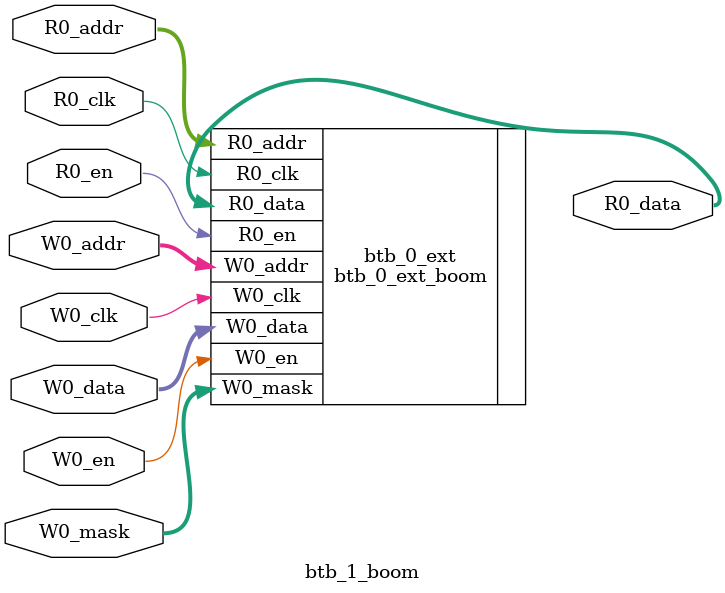
<source format=sv>
`ifndef RANDOMIZE
  `ifdef RANDOMIZE_REG_INIT
    `define RANDOMIZE
  `endif // RANDOMIZE_REG_INIT
`endif // not def RANDOMIZE
`ifndef RANDOMIZE
  `ifdef RANDOMIZE_MEM_INIT
    `define RANDOMIZE
  `endif // RANDOMIZE_MEM_INIT
`endif // not def RANDOMIZE

`ifndef RANDOM
  `define RANDOM $random
`endif // not def RANDOM

// Users can define 'PRINTF_COND' to add an extra gate to prints.
`ifndef PRINTF_COND_
  `ifdef PRINTF_COND
    `define PRINTF_COND_ (`PRINTF_COND)
  `else  // PRINTF_COND
    `define PRINTF_COND_ 1
  `endif // PRINTF_COND
`endif // not def PRINTF_COND_

// Users can define 'ASSERT_VERBOSE_COND' to add an extra gate to assert error printing.
`ifndef ASSERT_VERBOSE_COND_
  `ifdef ASSERT_VERBOSE_COND
    `define ASSERT_VERBOSE_COND_ (`ASSERT_VERBOSE_COND)
  `else  // ASSERT_VERBOSE_COND
    `define ASSERT_VERBOSE_COND_ 1
  `endif // ASSERT_VERBOSE_COND
`endif // not def ASSERT_VERBOSE_COND_

// Users can define 'STOP_COND' to add an extra gate to stop conditions.
`ifndef STOP_COND_
  `ifdef STOP_COND
    `define STOP_COND_ (`STOP_COND)
  `else  // STOP_COND
    `define STOP_COND_ 1
  `endif // STOP_COND
`endif // not def STOP_COND_

// Users can define INIT_RANDOM as general code that gets injected into the
// initializer block for modules with registers.
`ifndef INIT_RANDOM
  `define INIT_RANDOM
`endif // not def INIT_RANDOM

// If using random initialization, you can also define RANDOMIZE_DELAY to
// customize the delay used, otherwise 0.002 is used.
`ifndef RANDOMIZE_DELAY
  `define RANDOMIZE_DELAY 0.002
`endif // not def RANDOMIZE_DELAY

// Define INIT_RANDOM_PROLOG_ for use in our modules below.
`ifndef INIT_RANDOM_PROLOG_
  `ifdef RANDOMIZE
    `ifdef VERILATOR
      `define INIT_RANDOM_PROLOG_ `INIT_RANDOM
    `else  // VERILATOR
      `define INIT_RANDOM_PROLOG_ `INIT_RANDOM #`RANDOMIZE_DELAY begin end
    `endif // VERILATOR
  `else  // RANDOMIZE
    `define INIT_RANDOM_PROLOG_
  `endif // RANDOMIZE
`endif // not def INIT_RANDOM_PROLOG_

module btb_1_boom(	// @[btb.scala:66:47]
  input  [6:0]  R0_addr,
  input         R0_en,
                R0_clk,
  input  [6:0]  W0_addr,
  input         W0_en,
                W0_clk,
  input  [55:0] W0_data,
  input  [3:0]  W0_mask,
  output [55:0] R0_data
);

  btb_0_ext_boom btb_0_ext (	// @[btb.scala:66:47]
    .R0_addr (R0_addr),
    .R0_en   (R0_en),
    .R0_clk  (R0_clk),
    .W0_addr (W0_addr),
    .W0_en   (W0_en),
    .W0_clk  (W0_clk),
    .W0_data (W0_data),
    .W0_mask (W0_mask),
    .R0_data (R0_data)
  );
endmodule


</source>
